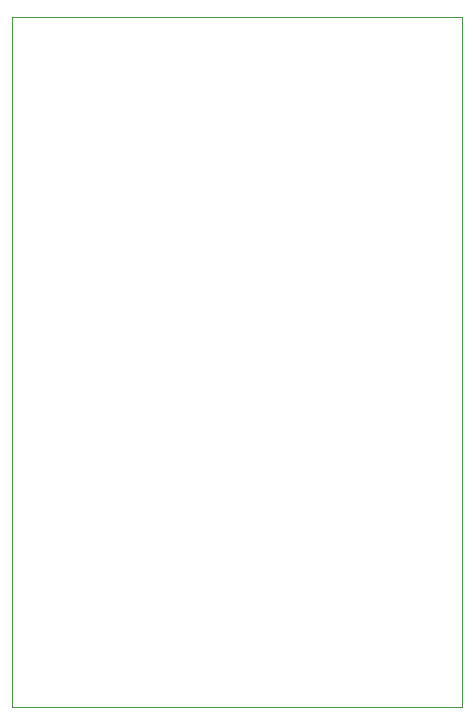
<source format=gbr>
%TF.GenerationSoftware,KiCad,Pcbnew,5.99.0+really5.1.12+dfsg1-1*%
%TF.CreationDate,2021-11-22T09:43:57-05:00*%
%TF.ProjectId,N OR,4e204f52-2e6b-4696-9361-645f70636258,rev?*%
%TF.SameCoordinates,Original*%
%TF.FileFunction,Profile,NP*%
%FSLAX46Y46*%
G04 Gerber Fmt 4.6, Leading zero omitted, Abs format (unit mm)*
G04 Created by KiCad (PCBNEW 5.99.0+really5.1.12+dfsg1-1) date 2021-11-22 09:43:57*
%MOMM*%
%LPD*%
G01*
G04 APERTURE LIST*
%TA.AperFunction,Profile*%
%ADD10C,0.050000*%
%TD*%
G04 APERTURE END LIST*
D10*
X119380000Y-102870000D02*
X119380000Y-44450000D01*
X157480000Y-102870000D02*
X119380000Y-102870000D01*
X157480000Y-44450000D02*
X157480000Y-102870000D01*
X119380000Y-44450000D02*
X157480000Y-44450000D01*
M02*

</source>
